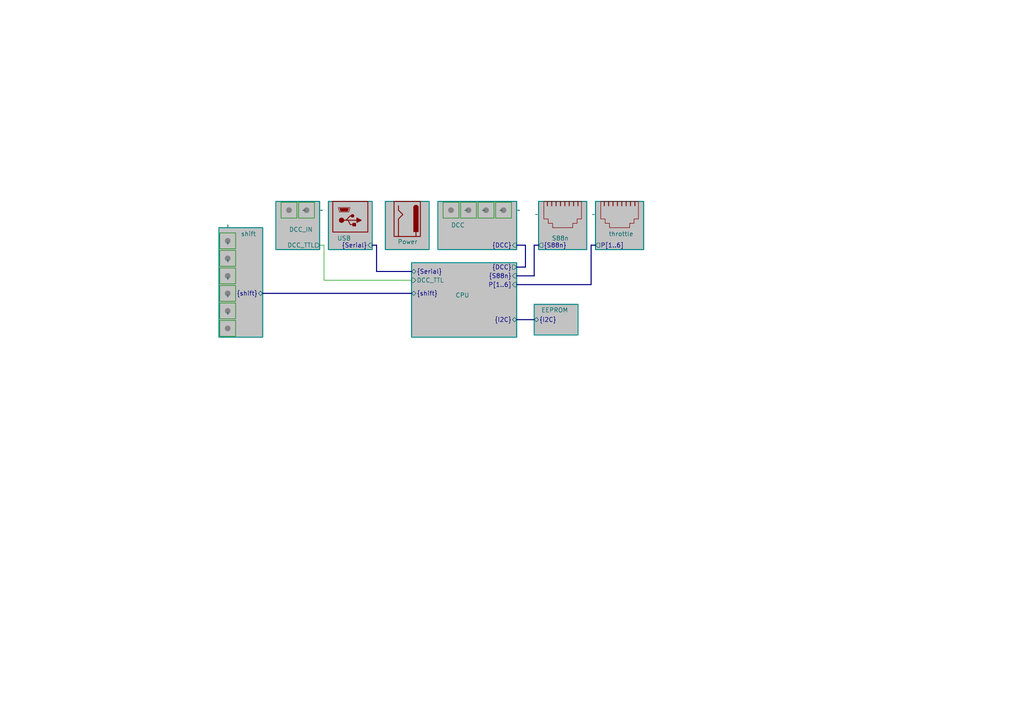
<source format=kicad_sch>
(kicad_sch (version 20231120) (generator "eeschema") (generator_version "8.0")
  (paper "A4")
  (lib_symbols
    (symbol "custom_kicad_lib_sk:Jack_symbolic" (pin_numbers hide) (pin_names (offset 0) hide) (in_bom no) (on_board no)
      (symbol "Jack_symbolic_0_1"
        (arc (start -3.302 3.175) (mid -3.9343 2.54) (end -3.302 1.905) (stroke (width 0.254)))
        (arc (start -3.302 3.175) (mid -3.9343 2.54) (end -3.302 1.905) (stroke (width 0.254)) (fill (type outline)))
        (polyline (pts (xy 5.08 2.54) (xy 3.81 2.54)) (stroke (width 0.254)))
        (polyline (pts (xy -3.81 -2.54) (xy -2.54 -2.54) (xy -1.27 -1.27) (xy 0 -2.54) (xy 2.54 -2.54) (xy 5.08 -2.54)) (stroke (width 0.254)))
        (rectangle (start 3.683 3.175) (end -3.302 1.905) (stroke (width 0.254)) (fill (type outline)))
      )
      (symbol "Jack_symbolic_1_1"
        (rectangle (start -5.08 3.81) (end 5.08 -3.81) (stroke (width 0.254)))
      )
    )
    (symbol "custom_kicad_lib_sk:RJ45_symbolic" (pin_numbers hide) (pin_names (offset 0) hide) (in_bom no) (on_board no)
      (symbol "RJ45_symbolic_1_1"
        (polyline (pts (xy -1.27 -5.08) (xy 0 -5.08)) (stroke (width 0.254)))
        (polyline (pts (xy -1.27 -3.81) (xy 0 -3.81)) (stroke (width 0.254)))
        (polyline (pts (xy -1.27 -2.54) (xy 0 -2.54)) (stroke (width 0.254)))
        (polyline (pts (xy -1.27 -1.27) (xy 0 -1.27)) (stroke (width 0.254)))
        (polyline (pts (xy -1.27 0) (xy 0 0)) (stroke (width 0.254)))
        (polyline (pts (xy -1.27 1.27) (xy 0 1.27)) (stroke (width 0.254)))
        (polyline (pts (xy -1.27 2.54) (xy 0 2.54)) (stroke (width 0.254)))
        (polyline (pts (xy -1.27 3.81) (xy 0 3.81)) (stroke (width 0.254)))
        (polyline (pts (xy 0 -6.096) (xy -5.08 -6.096) (xy -5.08 -4.826) (xy -6.35 -4.826) (xy -6.35 -3.556) (xy -7.62 -3.556) (xy -7.62 2.286) (xy -6.35 2.286) (xy -6.35 3.556) (xy -5.08 3.556) (xy -5.08 4.826) (xy 0 4.826) (xy 0 -6.096)))
      )
    )
    (symbol "custom_kicad_lib_sk:USB_B_Mini_cosmetic" (pin_names (offset 1.016)) (in_bom no) (on_board no)
      (symbol "USB_B_Mini_cosmetic_0_1"
        (circle (center -3.81 2.159) (radius 0.635) (stroke (width 0.254)) (fill (type outline)))
        (circle (center -0.635 3.429) (radius 0.381) (stroke (width 0.254)) (fill (type outline)))
        (polyline (pts (xy -1.905 2.159) (xy 0.635 2.159)) (stroke (width 0.254)))
        (polyline (pts (xy -3.175 2.159) (xy -2.54 2.159) (xy -1.27 3.429) (xy -0.635 3.429)) (stroke (width 0.254)))
        (polyline (pts (xy -2.54 2.159) (xy -1.905 2.159) (xy -1.27 0.889) (xy 0 0.889)) (stroke (width 0.254)))
        (polyline (pts (xy 0.635 2.794) (xy 0.635 1.524) (xy 1.905 2.159) (xy 0.635 2.794)) (stroke (width 0.254)) (fill (type outline)))
        (polyline (pts (xy -4.318 5.588) (xy -1.778 5.588) (xy -2.032 4.826) (xy -4.064 4.826) (xy -4.318 5.588)) (fill (type outline)))
        (polyline (pts (xy -4.699 5.842) (xy -4.699 5.588) (xy -4.445 4.826) (xy -4.445 4.572) (xy -1.651 4.572) (xy -1.651 4.826) (xy -1.397 5.588) (xy -1.397 5.842) (xy -4.699 5.842)))
        (rectangle (start 0.254 1.27) (end -0.508 0.508) (stroke (width 0.254)) (fill (type outline)))
      )
      (symbol "USB_B_Mini_cosmetic_1_1"
        (rectangle (start -6.35 7.62) (end 3.81 -1.27) (stroke (width 0.254)))
      )
    )
    (symbol "custom_kicad_lib_sk:screwterminal" (pin_numbers hide) (pin_names (offset 0) hide) (in_bom no) (on_board no)
      (symbol "screwterminal_1_1"
        (rectangle (start -2.3 2.3) (end 2.3 -2.3) (stroke (width 0) (color 0 132 0 1)))
        (circle (center 0 0) (radius 0.762) (stroke (width 0) (color 137 143 138 1)) (fill (type color) (color 132 132 132 1)))
      )
    )
  )
  (bus (pts (xy 109.22 71.12) (xy 109.22 78.74)))
  (bus (pts (xy 149.86 92.71) (xy 154.94 92.71)))
  (bus (pts (xy 152.4 71.12) (xy 152.4 77.47)))
  (bus (pts (xy 154.94 80.01) (xy 154.94 71.12)))
  (bus (pts (xy 149.86 82.55) (xy 171.45 82.55)))
  (bus (pts (xy 107.95 71.12) (xy 109.22 71.12)))
  (wire (pts (xy 119.38 81.28) (xy 93.98 81.28)))
  (bus (pts (xy 171.45 82.55) (xy 171.45 71.12)))
  (bus (pts (xy 149.86 80.01) (xy 154.94 80.01)))
  (bus (pts (xy 76.2 85.09) (xy 119.38 85.09)))
  (bus (pts (xy 109.22 78.74) (xy 119.38 78.74)))
  (wire (pts (xy 93.98 71.12) (xy 92.71 71.12)))
  (bus (pts (xy 149.86 71.12) (xy 152.4 71.12)))
  (bus (pts (xy 171.45 71.12) (xy 172.72 71.12)))
  (bus (pts (xy 152.4 77.47) (xy 149.86 77.47)))
  (wire (pts (xy 93.98 81.28) (xy 93.98 71.12)))
  (bus (pts (xy 154.94 71.12) (xy 156.21 71.12)))
  (symbol (lib_id "custom_kicad_lib_sk:screwterminal") (at 140.97 60.96 0) (unit 1) (in_bom no) (on_board no)
    (property "Reference" "u109" (effects (hide yes)))
    (property "Value" "~" (at 144.78 60.96 0) (effects (justify left)))
  )
  (symbol (lib_id "custom_kicad_lib_sk:screwterminal") (at 66.04 80.01 90) (unit 1) (in_bom no) (on_board no)
    (property "Reference" "u103" (effects (hide yes)))
    (property "Value" "~" (at 66.04 76.2 0) (effects (justify left)))
  )
  (symbol (lib_id "custom_kicad_lib_sk:screwterminal") (at 146.05 60.96 0) (unit 1) (in_bom no) (on_board no)
    (property "Reference" "u110" (effects (hide yes)))
    (property "Value" "~" (at 149.86 60.96 0) (effects (justify left)))
  )
  (symbol (lib_id "custom_kicad_lib_sk:screwterminal") (at 135.89 60.96 0) (unit 1) (in_bom no) (on_board no)
    (property "Reference" "u108" (effects (hide yes)))
    (property "Value" "~" (at 139.7 60.96 0) (effects (justify left)))
  )
  (symbol (lib_id "custom_kicad_lib_sk:RJ45_symbolic") (at 162.56 58.42 90) (unit 1) (in_bom no) (on_board no)
    (property "Reference" "j104" (effects (hide yes)))
    (property "Value" "~" (at 156.21 62.1665 90) (effects (justify left)))
  )
  (symbol (lib_id "custom_kicad_lib_sk:screwterminal") (at 66.04 69.85 90) (unit 1) (in_bom no) (on_board no)
    (property "Reference" "u101" (effects (hide yes)))
    (property "Value" "~" (at 66.04 66.04 0) (effects (justify left)))
  )
  (symbol (lib_id "custom_kicad_lib_sk:Jack_symbolic") (at 118.11 63.5 270) (unit 1) (in_bom no) (on_board no)
    (property "Reference" "J102" (effects (hide yes)))
    (property "Value" "Jack-DC" (effects (hide yes)))
    (property "Footprint" "Connector_BarrelJack:BarrelJack_Horizontal" (effects (hide yes)))
    (property "Description" "DC Barrel Jack" (effects (hide yes)))
  )
  (symbol (lib_id "custom_kicad_lib_sk:USB_B_Mini_cosmetic") (at 102.87 66.04 0) (unit 1) (in_bom no) (on_board no)
    (property "Reference" "J101" (effects (hide yes)))
    (property "Value" "USB_Mini_cosmetic" (effects (hide yes)))
    (property "Description" "USB Mini Type B connector" (effects (hide yes)))
  )
  (symbol (lib_id "custom_kicad_lib_sk:screwterminal") (at 66.04 95.25 90) (unit 1) (in_bom no) (on_board no)
    (property "Reference" "u106" (effects (hide yes)))
    (property "Value" "~" (at 66.04 91.44 0) (effects (justify left)))
  )
  (symbol (lib_id "custom_kicad_lib_sk:RJ45_symbolic") (at 179.07 58.42 90) (unit 1) (in_bom no) (on_board no)
    (property "Reference" "j103" (effects (hide yes)))
    (property "Value" "~" (at 172.72 62.1665 90) (effects (justify left)))
  )
  (symbol (lib_id "custom_kicad_lib_sk:screwterminal") (at 66.04 85.09 90) (unit 1) (in_bom no) (on_board no)
    (property "Reference" "u104" (effects (hide yes)))
    (property "Value" "~" (at 66.04 81.28 0) (effects (justify left)))
  )
  (symbol (lib_id "custom_kicad_lib_sk:screwterminal") (at 83.82 60.96 0) (unit 1) (in_bom no) (on_board no)
    (property "Reference" "u113" (effects (hide yes)))
    (property "Value" "~" (at 87.63 60.96 0) (effects (justify left)))
  )
  (symbol (lib_id "custom_kicad_lib_sk:screwterminal") (at 66.04 90.17 90) (unit 1) (in_bom no) (on_board no)
    (property "Reference" "u105" (effects (hide yes)))
    (property "Value" "~" (at 66.04 86.36 0) (effects (justify left)))
  )
  (symbol (lib_id "custom_kicad_lib_sk:screwterminal") (at 130.81 60.96 0) (unit 1) (in_bom no) (on_board no)
    (property "Reference" "u107" (effects (hide yes)))
    (property "Value" "~" (at 134.62 60.96 0) (effects (justify left)))
  )
  (symbol (lib_id "custom_kicad_lib_sk:screwterminal") (at 88.9 60.96 0) (unit 1) (in_bom no) (on_board no)
    (property "Reference" "u114" (effects (hide yes)))
    (property "Value" "~" (at 92.71 60.96 0) (effects (justify left)))
  )
  (symbol (lib_id "custom_kicad_lib_sk:screwterminal") (at 66.04 74.93 90) (unit 1) (in_bom no) (on_board no)
    (property "Reference" "u102" (effects (hide yes)))
    (property "Value" "~" (at 66.04 71.12 0) (effects (justify left)))
  )
  (sheet (at 111.76 58.42) (size 12.7 13.97) (stroke (width 0.3048) (color 0 132 132 1)) (fill (color 194 194 194 1.0000))
    (property "Sheetname" "Power" (at 115.316 70.866 0) (effects (justify left bottom)))
    (property "Sheetfile" "Power.kicad_sch" (effects (hide yes)))
  )
  (sheet (at 119.38 76.2) (size 30.48 21.59) (stroke (width 0.3048) (color 0 132 132 1)) (fill (color 194 194 194 1.0000))
    (property "Sheetname" "CPU" (at 132.08 86.36 0) (effects (justify left bottom)))
    (property "Sheetfile" "CPU.kicad_sch" (effects (hide yes)))
    (pin "{DCC}" output (at 149.86 77.47 0))
    (pin "{Serial}" bidirectional (at 119.38 78.74 180))
    (pin "P[1..6]" input (at 149.86 82.55 0))
    (pin "{shift}" bidirectional (at 119.38 85.09 180))
    (pin "{S88n}" input (at 149.86 80.01 0))
    (pin "{I2C}" bidirectional (at 149.86 92.71 0))
    (pin "DCC_TTL" input (at 119.38 81.28 180))
  )
  (sheet (at 63.5 66.04) (size 12.7 31.75) (stroke (width 0.3048) (color 0 132 132 1)) (fill (color 194 194 194 1.0000))
    (property "Sheetname" "shift" (at 69.85 68.58 0) (effects (justify left bottom)))
    (property "Sheetfile" "shiftRegister.kicad_sch" (effects (hide yes)))
    (pin "{shift}" bidirectional (at 76.2 85.09 0))
  )
  (sheet (at 172.72 58.42) (size 13.97 13.97) (stroke (width 0.3048) (color 0 132 132 1)) (fill (color 194 194 194 1.0000))
    (property "Sheetname" "throttle" (at 176.53 68.58 0) (effects (justify left bottom)))
    (property "Sheetfile" "throttle.kicad_sch" (effects (hide yes)))
    (pin "P[1..6]" output (at 172.72 71.12 180))
  )
  (sheet (at 80.01 58.42) (size 12.7 13.97) (stroke (width 0.3048) (color 0 132 132 1)) (fill (color 194 194 194 1.0000))
    (property "Sheetname" "DCC_IN" (at 83.82 67.31 0) (effects (justify left bottom)))
    (property "Sheetfile" "DCC_IN.kicad_sch" (effects (hide yes)))
    (pin "DCC_TTL" output (at 92.71 71.12 0))
  )
  (sheet (at 156.21 58.42) (size 13.97 13.97) (stroke (width 0.3048) (color 0 132 132 1)) (fill (color 194 194 194 1.0000))
    (property "Sheetname" "S88n" (at 160.02 69.85 0) (effects (justify left bottom)))
    (property "Sheetfile" "S88n.kicad_sch" (effects (hide yes)))
    (pin "{S88n}" output (at 156.21 71.12 180))
  )
  (sheet (at 95.25 58.42) (size 12.7 13.97) (stroke (width 0.3048) (color 0 132 132 1)) (fill (color 194 194 194 1.0000))
    (property "Sheetname" "USB" (at 97.79 69.85 0) (effects (justify left bottom)))
    (property "Sheetfile" "USB.kicad_sch" (effects (hide yes)))
    (pin "{Serial}" input (at 107.95 71.12 0))
  )
  (sheet (at 154.94 88.265) (size 12.7 8.89) (stroke (width 0.3048) (color 0 132 132 1)) (fill (color 194 194 194 1.0000))
    (property "Sheetname" "EEPROM" (at 156.972 90.678 0) (effects (justify left bottom)))
    (property "Sheetfile" "EEPROM.kicad_sch" (effects (hide yes)))
    (pin "{I2C}" bidirectional (at 154.94 92.71 180))
  )
  (sheet (at 127 58.42) (size 22.86 13.97) (stroke (width 0.3048) (color 0 132 132 1)) (fill (color 194 194 194 1.0000))
    (property "Sheetname" "DCC" (at 130.81 66.04 0) (effects (justify left bottom)))
    (property "Sheetfile" "DCC-accessory.kicad_sch" (effects (hide yes)))
    (pin "{DCC}" input (at 149.86 71.12 0))
  )
)
</source>
